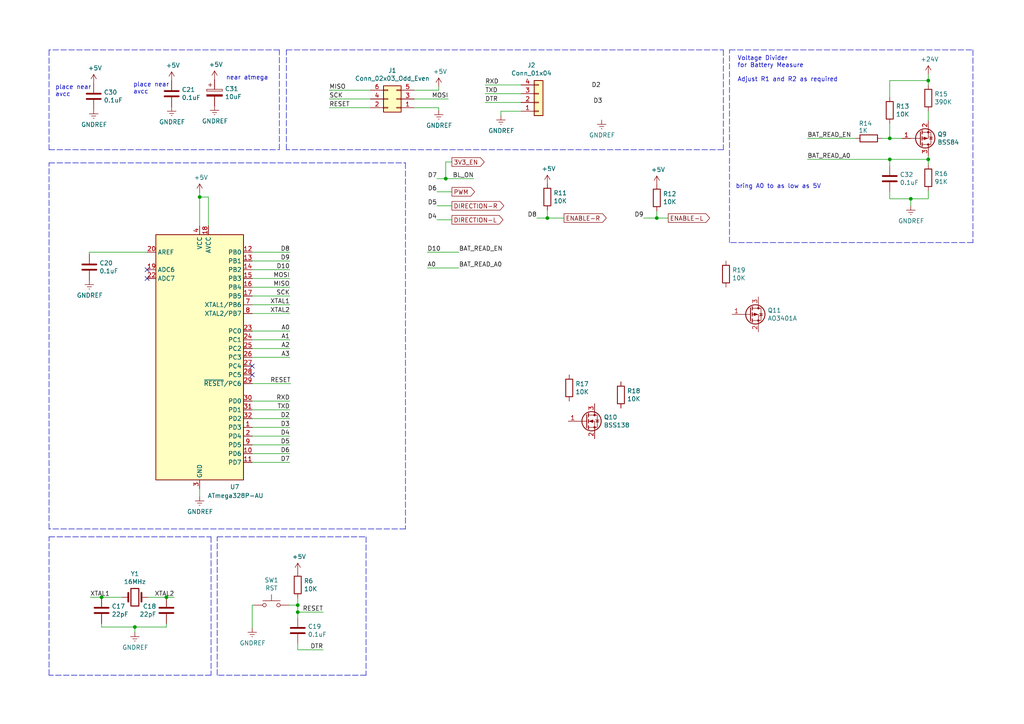
<source format=kicad_sch>
(kicad_sch (version 20211123) (generator eeschema)
  (paper "A4")
  (lib_symbols
    (symbol "Connector_Generic:Conn_01x04" (pin_names (offset 1.016) hide)
      (property "Reference" "J" (at 0 5.08 0))
      (property "Value" "Conn_01x04" (at 0 -7.62 0))
      (symbol "Conn_01x04_1_1"
        (rectangle (start -1.27 -4.953) (end 0 -5.207) (stroke (width 0.1524)))
        (rectangle (start -1.27 -2.413) (end 0 -2.667) (stroke (width 0.1524)))
        (rectangle (start -1.27 0.127) (end 0 -0.127) (stroke (width 0.1524)))
        (rectangle (start -1.27 2.667) (end 0 2.413) (stroke (width 0.1524)))
        (rectangle (start -1.27 3.81) (end 1.27 -6.35) (stroke (width 0.254)) (fill (type background)))
        (pin passive line (at -5.08 2.54 0) (length 3.81) (name "Pin_1") (number "1"))
        (pin passive line (at -5.08 0 0) (length 3.81) (name "Pin_2") (number "2"))
        (pin passive line (at -5.08 -2.54 0) (length 3.81) (name "Pin_3") (number "3"))
        (pin passive line (at -5.08 -5.08 0) (length 3.81) (name "Pin_4") (number "4"))
      )
    )
    (symbol "Connector_Generic:Conn_02x03_Odd_Even" (pin_names (offset 1.016) hide)
      (property "Reference" "J" (at 1.27 5.08 0))
      (property "Value" "Conn_02x03_Odd_Even" (at 1.27 -5.08 0))
      (symbol "Conn_02x03_Odd_Even_1_1"
        (rectangle (start -1.27 -2.413) (end 0 -2.667) (stroke (width 0.1524)))
        (rectangle (start -1.27 0.127) (end 0 -0.127) (stroke (width 0.1524)))
        (rectangle (start -1.27 2.667) (end 0 2.413) (stroke (width 0.1524)))
        (rectangle (start -1.27 3.81) (end 3.81 -3.81) (stroke (width 0.254)) (fill (type background)))
        (rectangle (start 3.81 -2.413) (end 2.54 -2.667) (stroke (width 0.1524)))
        (rectangle (start 3.81 0.127) (end 2.54 -0.127) (stroke (width 0.1524)))
        (rectangle (start 3.81 2.667) (end 2.54 2.413) (stroke (width 0.1524)))
        (pin passive line (at -5.08 2.54 0) (length 3.81) (name "Pin_1") (number "1"))
        (pin passive line (at 7.62 2.54 180) (length 3.81) (name "Pin_2") (number "2"))
        (pin passive line (at -5.08 0 0) (length 3.81) (name "Pin_3") (number "3"))
        (pin passive line (at 7.62 0 180) (length 3.81) (name "Pin_4") (number "4"))
        (pin passive line (at -5.08 -2.54 0) (length 3.81) (name "Pin_5") (number "5"))
        (pin passive line (at 7.62 -2.54 180) (length 3.81) (name "Pin_6") (number "6"))
      )
    )
    (symbol "Device:C" (pin_numbers hide) (pin_names (offset 0.254))
      (property "Reference" "C" (at 0.635 2.54 0))
      (property "Value" "C" (at 0.635 -2.54 0))
      (symbol "C_0_1"
        (polyline (pts (xy -2.032 -0.762) (xy 2.032 -0.762)) (stroke (width 0.508)))
        (polyline (pts (xy -2.032 0.762) (xy 2.032 0.762)) (stroke (width 0.508)))
      )
      (symbol "C_1_1"
        (pin passive line (at 0 3.81 270) (length 2.794) (name "~") (number "1"))
        (pin passive line (at 0 -3.81 90) (length 2.794) (name "~") (number "2"))
      )
    )
    (symbol "Device:CP" (pin_numbers hide) (pin_names (offset 0.254))
      (property "Reference" "C" (at 0.635 2.54 0))
      (property "Value" "Device_CP" (at 0.635 -2.54 0))
      (symbol "CP_0_1"
        (rectangle (start -2.286 0.508) (end 2.286 1.016))
        (polyline (pts (xy -1.778 2.286) (xy -0.762 2.286)))
        (polyline (pts (xy -1.27 2.794) (xy -1.27 1.778)))
        (rectangle (start 2.286 -0.508) (end -2.286 -1.016) (fill (type outline)))
      )
      (symbol "CP_1_1"
        (pin passive line (at 0 3.81 270) (length 2.794) (name "~") (number "1"))
        (pin passive line (at 0 -3.81 90) (length 2.794) (name "~") (number "2"))
      )
    )
    (symbol "Device:Crystal" (pin_numbers hide) (pin_names (offset 1.016) hide)
      (property "Reference" "Y" (at 0 3.81 0))
      (property "Value" "Crystal" (at 0 -3.81 0))
      (symbol "Crystal_0_1"
        (rectangle (start -1.143 2.54) (end 1.143 -2.54) (stroke (width 0.3048)))
        (polyline (pts (xy -2.54 0) (xy -1.905 0)))
        (polyline (pts (xy -1.905 -1.27) (xy -1.905 1.27)) (stroke (width 0.508)))
        (polyline (pts (xy 1.905 -1.27) (xy 1.905 1.27)) (stroke (width 0.508)))
        (polyline (pts (xy 2.54 0) (xy 1.905 0)))
      )
      (symbol "Crystal_1_1"
        (pin passive line (at -3.81 0 0) (length 1.27) (name "1") (number "1"))
        (pin passive line (at 3.81 0 180) (length 1.27) (name "2") (number "2"))
      )
    )
    (symbol "Device:R" (pin_numbers hide) (pin_names (offset 0))
      (property "Reference" "R" (at 2.032 0 90))
      (property "Value" "R" (at 0 0 90))
      (symbol "R_0_1"
        (rectangle (start -1.016 -2.54) (end 1.016 2.54) (stroke (width 0.254)))
      )
      (symbol "R_1_1"
        (pin passive line (at 0 3.81 270) (length 1.27) (name "~") (number "1"))
        (pin passive line (at 0 -3.81 90) (length 1.27) (name "~") (number "2"))
      )
    )
    (symbol "MCU_Microchip_ATmega:ATmega328P-AU"
      (property "Reference" "U" (at -12.7 36.83 0))
      (property "Value" "MCU_Microchip_ATmega_ATmega328P-AU" (at 2.54 -36.83 0))
      (symbol "ATmega328P-AU_0_1"
        (rectangle (start -12.7 -35.56) (end 12.7 35.56) (stroke (width 0.254)) (fill (type background)))
      )
      (symbol "ATmega328P-AU_1_1"
        (pin bidirectional line (at 15.24 -20.32 180) (length 2.54) (name "PD3") (number "1"))
        (pin bidirectional line (at 15.24 -27.94 180) (length 2.54) (name "PD6") (number "10"))
        (pin bidirectional line (at 15.24 -30.48 180) (length 2.54) (name "PD7") (number "11"))
        (pin bidirectional line (at 15.24 30.48 180) (length 2.54) (name "PB0") (number "12"))
        (pin bidirectional line (at 15.24 27.94 180) (length 2.54) (name "PB1") (number "13"))
        (pin bidirectional line (at 15.24 25.4 180) (length 2.54) (name "PB2") (number "14"))
        (pin bidirectional line (at 15.24 22.86 180) (length 2.54) (name "PB3") (number "15"))
        (pin bidirectional line (at 15.24 20.32 180) (length 2.54) (name "PB4") (number "16"))
        (pin bidirectional line (at 15.24 17.78 180) (length 2.54) (name "PB5") (number "17"))
        (pin power_in line (at 2.54 38.1 270) (length 2.54) (name "AVCC") (number "18"))
        (pin input line (at -15.24 25.4 0) (length 2.54) (name "ADC6") (number "19"))
        (pin bidirectional line (at 15.24 -22.86 180) (length 2.54) (name "PD4") (number "2"))
        (pin passive line (at -15.24 30.48 0) (length 2.54) (name "AREF") (number "20"))
        (pin passive line (at 0 -38.1 90) (length 2.54) hide (name "GND") (number "21"))
        (pin input line (at -15.24 22.86 0) (length 2.54) (name "ADC7") (number "22"))
        (pin bidirectional line (at 15.24 7.62 180) (length 2.54) (name "PC0") (number "23"))
        (pin bidirectional line (at 15.24 5.08 180) (length 2.54) (name "PC1") (number "24"))
        (pin bidirectional line (at 15.24 2.54 180) (length 2.54) (name "PC2") (number "25"))
        (pin bidirectional line (at 15.24 0 180) (length 2.54) (name "PC3") (number "26"))
        (pin bidirectional line (at 15.24 -2.54 180) (length 2.54) (name "PC4") (number "27"))
        (pin bidirectional line (at 15.24 -5.08 180) (length 2.54) (name "PC5") (number "28"))
        (pin bidirectional line (at 15.24 -7.62 180) (length 2.54) (name "~{RESET}/PC6") (number "29"))
        (pin power_in line (at 0 -38.1 90) (length 2.54) (name "GND") (number "3"))
        (pin bidirectional line (at 15.24 -12.7 180) (length 2.54) (name "PD0") (number "30"))
        (pin bidirectional line (at 15.24 -15.24 180) (length 2.54) (name "PD1") (number "31"))
        (pin bidirectional line (at 15.24 -17.78 180) (length 2.54) (name "PD2") (number "32"))
        (pin power_in line (at 0 38.1 270) (length 2.54) (name "VCC") (number "4"))
        (pin passive line (at 0 -38.1 90) (length 2.54) hide (name "GND") (number "5"))
        (pin passive line (at 0 38.1 270) (length 2.54) hide (name "VCC") (number "6"))
        (pin bidirectional line (at 15.24 15.24 180) (length 2.54) (name "XTAL1/PB6") (number "7"))
        (pin bidirectional line (at 15.24 12.7 180) (length 2.54) (name "XTAL2/PB7") (number "8"))
        (pin bidirectional line (at 15.24 -25.4 180) (length 2.54) (name "PD5") (number "9"))
      )
    )
    (symbol "Switch:SW_Push" (pin_numbers hide) (pin_names (offset 1.016) hide)
      (property "Reference" "SW" (at 1.27 2.54 0))
      (property "Value" "SW_Push" (at 0 -1.524 0))
      (symbol "SW_Push_0_1"
        (circle (center -2.032 0) (radius 0.508))
        (polyline (pts (xy 0 1.27) (xy 0 3.048)))
        (polyline (pts (xy 2.54 1.27) (xy -2.54 1.27)))
        (circle (center 2.032 0) (radius 0.508))
        (pin passive line (at -5.08 0 0) (length 2.54) (name "1") (number "1"))
        (pin passive line (at 5.08 0 180) (length 2.54) (name "2") (number "2"))
      )
    )
    (symbol "Transistor_FET:AO3401A" (pin_names hide)
      (property "Reference" "Q" (at 5.08 1.905 0))
      (property "Value" "AO3401A" (at 5.08 0 0))
      (symbol "AO3401A_0_1"
        (polyline (pts (xy 0.254 0) (xy -2.54 0)))
        (polyline (pts (xy 0.254 1.905) (xy 0.254 -1.905)) (stroke (width 0.254)))
        (polyline (pts (xy 0.762 -1.27) (xy 0.762 -2.286)) (stroke (width 0.254)))
        (polyline (pts (xy 0.762 0.508) (xy 0.762 -0.508)) (stroke (width 0.254)))
        (polyline (pts (xy 0.762 2.286) (xy 0.762 1.27)) (stroke (width 0.254)))
        (polyline (pts (xy 2.54 2.54) (xy 2.54 1.778)))
        (polyline (pts (xy 2.54 -2.54) (xy 2.54 0) (xy 0.762 0)))
        (polyline (pts (xy 0.762 1.778) (xy 3.302 1.778) (xy 3.302 -1.778) (xy 0.762 -1.778)))
        (polyline (pts (xy 2.286 0) (xy 1.27 0.381) (xy 1.27 -0.381) (xy 2.286 0)) (fill (type outline)))
        (polyline (pts (xy 2.794 -0.508) (xy 2.921 -0.381) (xy 3.683 -0.381) (xy 3.81 -0.254)))
        (polyline (pts (xy 3.302 -0.381) (xy 2.921 0.254) (xy 3.683 0.254) (xy 3.302 -0.381)))
        (circle (center 1.651 0) (radius 2.794) (stroke (width 0.254)))
        (circle (center 2.54 -1.778) (radius 0.254) (fill (type outline)))
        (circle (center 2.54 1.778) (radius 0.254) (fill (type outline)))
      )
      (symbol "AO3401A_1_1"
        (pin input line (at -5.08 0 0) (length 2.54) (name "G") (number "1"))
        (pin passive line (at 2.54 -5.08 90) (length 2.54) (name "S") (number "2"))
        (pin passive line (at 2.54 5.08 270) (length 2.54) (name "D") (number "3"))
      )
    )
    (symbol "Transistor_FET:BSS138" (pin_names hide)
      (property "Reference" "Q" (at 5.08 1.905 0))
      (property "Value" "BSS138" (at 5.08 0 0))
      (symbol "BSS138_0_1"
        (polyline (pts (xy 0.254 0) (xy -2.54 0)))
        (polyline (pts (xy 0.254 1.905) (xy 0.254 -1.905)) (stroke (width 0.254)))
        (polyline (pts (xy 0.762 -1.27) (xy 0.762 -2.286)) (stroke (width 0.254)))
        (polyline (pts (xy 0.762 0.508) (xy 0.762 -0.508)) (stroke (width 0.254)))
        (polyline (pts (xy 0.762 2.286) (xy 0.762 1.27)) (stroke (width 0.254)))
        (polyline (pts (xy 2.54 2.54) (xy 2.54 1.778)))
        (polyline (pts (xy 2.54 -2.54) (xy 2.54 0) (xy 0.762 0)))
        (polyline (pts (xy 0.762 -1.778) (xy 3.302 -1.778) (xy 3.302 1.778) (xy 0.762 1.778)))
        (polyline (pts (xy 1.016 0) (xy 2.032 0.381) (xy 2.032 -0.381) (xy 1.016 0)) (fill (type outline)))
        (polyline (pts (xy 2.794 0.508) (xy 2.921 0.381) (xy 3.683 0.381) (xy 3.81 0.254)))
        (polyline (pts (xy 3.302 0.381) (xy 2.921 -0.254) (xy 3.683 -0.254) (xy 3.302 0.381)))
        (circle (center 1.651 0) (radius 2.794) (stroke (width 0.254)))
        (circle (center 2.54 -1.778) (radius 0.254) (fill (type outline)))
        (circle (center 2.54 1.778) (radius 0.254) (fill (type outline)))
      )
      (symbol "BSS138_1_1"
        (pin input line (at -5.08 0 0) (length 2.54) (name "G") (number "1"))
        (pin passive line (at 2.54 -5.08 90) (length 2.54) (name "S") (number "2"))
        (pin passive line (at 2.54 5.08 270) (length 2.54) (name "D") (number "3"))
      )
    )
    (symbol "Transistor_FET:BSS84" (pin_names hide)
      (property "Reference" "Q" (at 5.08 1.905 0))
      (property "Value" "BSS84" (at 5.08 0 0))
      (symbol "BSS84_0_1"
        (polyline (pts (xy 0.254 0) (xy -2.54 0)))
        (polyline (pts (xy 0.254 1.905) (xy 0.254 -1.905)) (stroke (width 0.254)))
        (polyline (pts (xy 0.762 -1.27) (xy 0.762 -2.286)) (stroke (width 0.254)))
        (polyline (pts (xy 0.762 0.508) (xy 0.762 -0.508)) (stroke (width 0.254)))
        (polyline (pts (xy 0.762 2.286) (xy 0.762 1.27)) (stroke (width 0.254)))
        (polyline (pts (xy 2.54 2.54) (xy 2.54 1.778)))
        (polyline (pts (xy 2.54 -2.54) (xy 2.54 0) (xy 0.762 0)))
        (polyline (pts (xy 0.762 1.778) (xy 3.302 1.778) (xy 3.302 -1.778) (xy 0.762 -1.778)))
        (polyline (pts (xy 2.286 0) (xy 1.27 0.381) (xy 1.27 -0.381) (xy 2.286 0)) (fill (type outline)))
        (polyline (pts (xy 2.794 -0.508) (xy 2.921 -0.381) (xy 3.683 -0.381) (xy 3.81 -0.254)))
        (polyline (pts (xy 3.302 -0.381) (xy 2.921 0.254) (xy 3.683 0.254) (xy 3.302 -0.381)))
        (circle (center 1.651 0) (radius 2.794) (stroke (width 0.254)))
        (circle (center 2.54 -1.778) (radius 0.254) (fill (type outline)))
        (circle (center 2.54 1.778) (radius 0.254) (fill (type outline)))
      )
      (symbol "BSS84_1_1"
        (pin input line (at -5.08 0 0) (length 2.54) (name "G") (number "1"))
        (pin passive line (at 2.54 -5.08 90) (length 2.54) (name "S") (number "2"))
        (pin passive line (at 2.54 5.08 270) (length 2.54) (name "D") (number "3"))
      )
    )
    (symbol "power:+24V" (power) (pin_names (offset 0))
      (property "Value" "+24V" (at 0 3.556 0))
      (symbol "+24V_0_1"
        (polyline (pts (xy -0.762 1.27) (xy 0 2.54)))
        (polyline (pts (xy 0 0) (xy 0 2.54)))
        (polyline (pts (xy 0 2.54) (xy 0.762 1.27)))
      )
      (symbol "+24V_1_1"
        (pin power_in line (at 0 0 90) (length 0) hide (name "+24V") (number "1"))
      )
    )
    (symbol "power:+5V" (power) (pin_names (offset 0))
      (property "Value" "+5V" (at 0 3.556 0))
      (symbol "+5V_0_1"
        (polyline (pts (xy -0.762 1.27) (xy 0 2.54)))
        (polyline (pts (xy 0 0) (xy 0 2.54)))
        (polyline (pts (xy 0 2.54) (xy 0.762 1.27)))
      )
      (symbol "+5V_1_1"
        (pin power_in line (at 0 0 90) (length 0) hide (name "+5V") (number "1"))
      )
    )
    (symbol "power:GNDREF" (power) (pin_names (offset 0))
      (property "Value" "GNDREF" (at 0 -3.81 0))
      (symbol "GNDREF_0_1"
        (polyline (pts (xy -0.635 -1.905) (xy 0.635 -1.905)))
        (polyline (pts (xy -0.127 -2.54) (xy 0.127 -2.54)))
        (polyline (pts (xy 0 -1.27) (xy 0 0)))
        (polyline (pts (xy 1.27 -1.27) (xy -1.27 -1.27)))
      )
      (symbol "GNDREF_1_1"
        (pin power_in line (at 0 0 270) (length 0) hide (name "GNDREF") (number "1"))
      )
    )
  )
  (junction (at 86.36 177.546))
  (junction (at 258.064 40.132))
  (junction (at 158.75 63.246))
  (junction (at 29.464 173.228))
  (junction (at 269.24 46.228))
  (junction (at 190.5 63.246))
  (junction (at 57.912 57.15))
  (junction (at 258.064 46.228))
  (junction (at 86.36 175.514))
  (junction (at 264.16 57.658))
  (junction (at 129.286 51.816))
  (junction (at 39.116 181.864))
  (junction (at 269.24 23.368))
  (junction (at 48.26 173.228))
  (no_connect (at 42.672 80.772))
  (no_connect (at 73.152 108.712))
  (no_connect (at 42.672 78.232))
  (no_connect (at 73.152 106.172))
  (wire (pts (xy 269.24 45.212) (xy 269.24 46.228)))
  (wire (pts (xy 129.286 51.816) (xy 137.414 51.816)))
  (polyline (pts (xy 106.172 195.834) (xy 62.992 195.834)))
  (wire (pts (xy 48.26 173.228) (xy 50.546 173.228)))
  (wire (pts (xy 60.452 65.532) (xy 60.452 57.15)))
  (polyline (pts (xy 14.224 155.702) (xy 61.214 155.702)))
  (wire (pts (xy 57.912 57.15) (xy 57.912 55.88)))
  (polyline (pts (xy 62.992 195.834) (xy 62.992 155.702)))
  (wire (pts (xy 25.908 73.152) (xy 25.908 73.66)))
  (polyline (pts (xy 282.194 70.358) (xy 211.582 70.358)))
  (wire (pts (xy 120.142 28.702) (xy 130.048 28.702)))
  (wire (pts (xy 264.16 57.658) (xy 264.16 59.69)))
  (wire (pts (xy 86.36 173.482) (xy 86.36 175.514)))
  (wire (pts (xy 269.24 57.658) (xy 269.24 55.372)))
  (wire (pts (xy 258.064 48.006) (xy 258.064 46.228)))
  (polyline (pts (xy 83.058 43.434) (xy 83.058 14.478)))
  (wire (pts (xy 86.36 186.69) (xy 86.36 188.468)))
  (wire (pts (xy 126.746 59.69) (xy 131.064 59.69)))
  (wire (pts (xy 73.152 175.514) (xy 73.152 182.118)))
  (wire (pts (xy 193.802 63.246) (xy 190.5 63.246)))
  (wire (pts (xy 258.064 23.368) (xy 269.24 23.368)))
  (wire (pts (xy 29.464 180.848) (xy 29.464 181.864)))
  (wire (pts (xy 107.442 26.162) (xy 95.504 26.162)))
  (polyline (pts (xy 117.602 47.244) (xy 117.602 153.416)))
  (wire (pts (xy 258.064 46.228) (xy 234.188 46.228)))
  (wire (pts (xy 73.152 116.332) (xy 84.074 116.332)))
  (wire (pts (xy 73.152 103.632) (xy 84.074 103.632)))
  (wire (pts (xy 258.064 35.814) (xy 258.064 40.132)))
  (polyline (pts (xy 83.058 14.478) (xy 209.804 14.478)))
  (polyline (pts (xy 14.224 47.244) (xy 117.602 47.244)))
  (wire (pts (xy 73.152 126.492) (xy 84.074 126.492)))
  (polyline (pts (xy 209.804 14.478) (xy 209.804 43.434)))
  (wire (pts (xy 35.306 173.228) (xy 29.464 173.228)))
  (wire (pts (xy 258.064 57.658) (xy 264.16 57.658)))
  (wire (pts (xy 269.24 24.638) (xy 269.24 23.368)))
  (wire (pts (xy 258.064 55.626) (xy 258.064 57.658)))
  (wire (pts (xy 60.452 57.15) (xy 57.912 57.15)))
  (wire (pts (xy 73.152 101.092) (xy 84.074 101.092)))
  (wire (pts (xy 48.26 181.864) (xy 48.26 180.848)))
  (wire (pts (xy 269.24 23.368) (xy 269.24 21.59)))
  (wire (pts (xy 86.36 177.546) (xy 86.36 179.07)))
  (polyline (pts (xy 61.214 155.702) (xy 61.214 195.834)))
  (wire (pts (xy 86.36 188.468) (xy 93.726 188.468)))
  (wire (pts (xy 269.24 46.228) (xy 269.24 47.752)))
  (wire (pts (xy 123.952 73.152) (xy 133.096 73.152)))
  (wire (pts (xy 73.152 123.952) (xy 84.074 123.952)))
  (wire (pts (xy 129.286 46.99) (xy 129.286 51.816)))
  (wire (pts (xy 73.152 98.552) (xy 84.074 98.552)))
  (wire (pts (xy 86.36 177.546) (xy 93.726 177.546)))
  (wire (pts (xy 151.13 27.178) (xy 140.716 27.178)))
  (wire (pts (xy 73.152 131.572) (xy 84.074 131.572)))
  (wire (pts (xy 258.064 40.132) (xy 261.62 40.132)))
  (wire (pts (xy 126.746 51.816) (xy 129.286 51.816)))
  (wire (pts (xy 158.75 60.96) (xy 158.75 63.246)))
  (wire (pts (xy 29.464 181.864) (xy 39.116 181.864)))
  (wire (pts (xy 123.952 77.724) (xy 133.096 77.724)))
  (polyline (pts (xy 14.224 43.434) (xy 81.026 43.434)))
  (wire (pts (xy 127.254 31.242) (xy 127.254 32.004)))
  (polyline (pts (xy 209.804 43.434) (xy 83.058 43.434)))
  (wire (pts (xy 73.152 75.692) (xy 84.074 75.692)))
  (wire (pts (xy 73.152 121.412) (xy 84.074 121.412)))
  (polyline (pts (xy 61.214 195.834) (xy 14.224 195.834)))
  (wire (pts (xy 120.142 26.162) (xy 127.254 26.162)))
  (wire (pts (xy 39.116 181.864) (xy 39.116 183.388)))
  (wire (pts (xy 127.254 25.146) (xy 127.254 26.162)))
  (wire (pts (xy 73.152 96.012) (xy 84.074 96.012)))
  (polyline (pts (xy 14.224 195.834) (xy 14.224 155.702)))
  (wire (pts (xy 73.152 88.392) (xy 84.074 88.392)))
  (polyline (pts (xy 211.582 14.478) (xy 282.194 14.478)))
  (wire (pts (xy 264.16 57.658) (xy 269.24 57.658)))
  (wire (pts (xy 73.152 118.872) (xy 84.074 118.872)))
  (wire (pts (xy 258.064 46.228) (xy 269.24 46.228)))
  (wire (pts (xy 83.82 175.514) (xy 86.36 175.514)))
  (wire (pts (xy 126.746 55.626) (xy 131.064 55.626)))
  (wire (pts (xy 107.442 28.702) (xy 95.504 28.702)))
  (wire (pts (xy 190.5 63.246) (xy 186.69 63.246)))
  (wire (pts (xy 86.36 175.514) (xy 86.36 177.546)))
  (wire (pts (xy 73.152 90.932) (xy 84.074 90.932)))
  (wire (pts (xy 73.152 73.152) (xy 84.074 73.152)))
  (wire (pts (xy 131.064 46.99) (xy 129.286 46.99)))
  (wire (pts (xy 255.778 40.132) (xy 258.064 40.132)))
  (wire (pts (xy 73.152 111.252) (xy 84.328 111.252)))
  (polyline (pts (xy 14.224 153.416) (xy 14.224 47.244)))
  (polyline (pts (xy 81.026 14.478) (xy 14.224 14.478)))
  (wire (pts (xy 163.576 63.246) (xy 158.75 63.246)))
  (wire (pts (xy 57.912 65.532) (xy 57.912 57.15)))
  (wire (pts (xy 248.158 40.132) (xy 234.188 40.132)))
  (wire (pts (xy 145.288 32.258) (xy 145.288 33.528)))
  (polyline (pts (xy 81.026 43.434) (xy 81.026 14.478)))
  (wire (pts (xy 39.116 181.864) (xy 48.26 181.864)))
  (polyline (pts (xy 62.992 155.702) (xy 106.172 155.702)))
  (wire (pts (xy 73.152 129.032) (xy 84.074 129.032)))
  (wire (pts (xy 73.152 80.772) (xy 84.074 80.772)))
  (wire (pts (xy 73.152 83.312) (xy 84.074 83.312)))
  (wire (pts (xy 151.13 24.638) (xy 140.716 24.638)))
  (wire (pts (xy 258.064 28.194) (xy 258.064 23.368)))
  (wire (pts (xy 107.442 31.242) (xy 95.504 31.242)))
  (polyline (pts (xy 117.602 153.416) (xy 14.224 153.416)))
  (polyline (pts (xy 211.582 70.358) (xy 211.582 14.478)))
  (wire (pts (xy 269.24 35.052) (xy 269.24 32.258)))
  (wire (pts (xy 29.464 173.228) (xy 26.162 173.228)))
  (wire (pts (xy 42.672 73.152) (xy 25.908 73.152)))
  (wire (pts (xy 126.746 63.754) (xy 131.064 63.754)))
  (polyline (pts (xy 14.224 14.478) (xy 14.224 43.434)))
  (wire (pts (xy 151.13 29.718) (xy 140.716 29.718)))
  (wire (pts (xy 190.5 61.214) (xy 190.5 63.246)))
  (wire (pts (xy 73.152 78.232) (xy 84.074 78.232)))
  (polyline (pts (xy 282.194 14.478) (xy 282.194 70.358)))
  (wire (pts (xy 151.13 32.258) (xy 145.288 32.258)))
  (wire (pts (xy 73.66 175.514) (xy 73.152 175.514)))
  (wire (pts (xy 57.912 141.732) (xy 57.912 144.018)))
  (wire (pts (xy 42.926 173.228) (xy 48.26 173.228)))
  (wire (pts (xy 158.75 63.246) (xy 155.702 63.246)))
  (polyline (pts (xy 106.172 155.702) (xy 106.172 195.834)))
  (wire (pts (xy 73.152 85.852) (xy 84.074 85.852)))
  (wire (pts (xy 120.142 31.242) (xy 127.254 31.242)))
  (wire (pts (xy 73.152 134.112) (xy 84.074 134.112)))
  (text "near atmega" (at 65.532 23.368 0) (effects (font (size 1.27 1.27)) (justify left bottom)))
  (text "place near\navcc" (at 16.002 28.194 0) (effects (font (size 1.27 1.27)) (justify left bottom)))
  (text "Voltage Divider\nfor Battery Measure\n\nAdjust R1 and R2 as required" (at 213.868 23.876 0) (effects (font (size 1.27 1.27)) (justify left bottom)))
  (text "bring A0 to as low as 5V" (at 213.36 54.864 0) (effects (font (size 1.27 1.27)) (justify left bottom)))
  (text "place near\navcc" (at 38.608 27.432 0) (effects (font (size 1.27 1.27)) (justify left bottom)))
  (label "BAT_READ_EN" (at 133.096 73.152 0))
  (label "A0" (at 84.074 96.012 180))
  (label "BAT_READ_EN" (at 234.188 40.132 0))
  (label "A3" (at 84.074 103.632 180))
  (label "XTAL2" (at 84.074 90.932 180))
  (label "RXD" (at 140.716 24.638 0))
  (label "D10" (at 84.074 78.232 180))
  (label "TXD" (at 140.716 27.178 0))
  (label "BAT_READ_A0" (at 133.096 77.724 0))
  (label "MISO" (at 84.074 83.312 180))
  (label "MISO" (at 95.504 26.162 0))
  (label "D10" (at 123.952 73.152 0))
  (label "D4" (at 84.074 126.492 180))
  (label "RESET" (at 95.504 31.242 0))
  (label "SCK" (at 84.074 85.852 180))
  (label "D3" (at 174.752 30.226 180))
  (label "XTAL2" (at 50.546 173.228 180))
  (label "D7" (at 84.074 134.112 180))
  (label "TXD" (at 84.074 118.872 180))
  (label "D3" (at 84.074 123.952 180))
  (label "A0" (at 123.952 77.724 0))
  (label "RESET" (at 93.726 177.546 180))
  (label "BL_ON" (at 137.414 51.816 180))
  (label "RESET" (at 84.328 111.252 180))
  (label "MOSI" (at 84.074 80.772 180))
  (label "A2" (at 84.074 101.092 180))
  (label "D2" (at 84.074 121.412 180))
  (label "SCK" (at 95.504 28.702 0))
  (label "XTAL1" (at 26.162 173.228 0))
  (label "D5" (at 126.746 59.69 180))
  (label "BAT_READ_A0" (at 234.188 46.228 0))
  (label "D2" (at 174.244 25.654 180))
  (label "RXD" (at 84.074 116.332 180))
  (label "D5" (at 84.074 129.032 180))
  (label "D6" (at 126.746 55.626 180))
  (label "XTAL1" (at 84.074 88.392 180))
  (label "D9" (at 84.074 75.692 180))
  (label "D8" (at 155.702 63.246 180))
  (label "MOSI" (at 130.048 28.702 180))
  (label "DTR" (at 140.716 29.718 0))
  (label "D6" (at 84.074 131.572 180))
  (label "D9" (at 186.69 63.246 180))
  (label "D7" (at 126.746 51.816 180))
  (label "A1" (at 84.074 98.552 180))
  (label "D4" (at 126.746 63.754 180))
  (label "D8" (at 84.074 73.152 180))
  (label "DTR" (at 93.726 188.468 180))
  (global_label "PWM" (shape output) (at 131.064 55.626 0) (property "Intersheet References" "${INTERSHEET_REFS}" (effects hide)))
  (global_label "DIRECTION-L" (shape output) (at 131.064 63.754 0) (property "Intersheet References" "${INTERSHEET_REFS}" (effects hide)))
  (global_label "3V3_EN" (shape output) (at 131.064 46.99 0) (property "Intersheet References" "${INTERSHEET_REFS}" (effects hide)))
  (global_label "DIRECTION-R" (shape output) (at 131.064 59.69 0) (property "Intersheet References" "${INTERSHEET_REFS}" (effects hide)))
  (global_label "ENABLE-L" (shape output) (at 193.802 63.246 0) (property "Intersheet References" "${INTERSHEET_REFS}" (effects hide)))
  (global_label "ENABLE-R" (shape output) (at 163.576 63.246 0) (property "Intersheet References" "${INTERSHEET_REFS}" (effects hide)))
  (symbol (lib_id "power:GNDREF") (at 174.498 34.798 0) (unit 1)
    (property "Reference" "#PWR074" (effects hide))
    (property "Value" "GNDREF" (at 174.625 39.1922 0))
  )
  (symbol (lib_id "Transistor_FET:AO3401A") (at 217.424 91.186 0) (unit 1)
    (property "Reference" "Q11" (at 222.631 90.0176 0) (effects (justify left)))
    (property "Value" "AO3401A" (at 222.631 92.329 0) (effects (justify left)))
    (property "Footprint" "Package_TO_SOT_SMD:SOT-23" (effects hide))
    (property "Datasheet" "http://www.aosmd.com/pdfs/datasheet/AO3401A.pdf" (effects hide))
  )
  (symbol (lib_id "Device:R") (at 210.566 79.502 0) (unit 1)
    (property "Reference" "R19" (at 212.344 78.3336 0) (effects (justify left)))
    (property "Value" "10K" (at 212.344 80.645 0) (effects (justify left)))
    (property "Footprint" "Resistor_SMD:R_0805_2012Metric" (effects hide))
  )
  (symbol (lib_id "Transistor_FET:BSS138") (at 169.926 122.174 0) (unit 1)
    (property "Reference" "Q10" (at 175.1076 121.0056 0) (effects (justify left)))
    (property "Value" "BSS138" (at 175.1076 123.317 0) (effects (justify left)))
    (property "Footprint" "Package_TO_SOT_SMD:SOT-23" (effects hide))
    (property "Datasheet" "https://www.onsemi.com/pub/Collateral/BSS138-D.PDF" (effects hide))
  )
  (symbol (lib_id "Device:R") (at 165.1 112.522 0) (unit 1)
    (property "Reference" "R17" (at 166.878 111.3536 0) (effects (justify left)))
    (property "Value" "10K" (at 166.878 113.665 0) (effects (justify left)))
    (property "Footprint" "Resistor_SMD:R_0805_2012Metric" (effects hide))
  )
  (symbol (lib_id "Device:R") (at 180.086 114.554 0) (unit 1)
    (property "Reference" "R18" (at 181.864 113.3856 0) (effects (justify left)))
    (property "Value" "10K" (at 181.864 115.697 0) (effects (justify left)))
    (property "Footprint" "Resistor_SMD:R_0805_2012Metric" (effects hide))
  )
  (symbol (lib_id "power:GNDREF") (at 25.908 81.28 0) (unit 1)
    (property "Reference" "#PWR057" (effects hide))
    (property "Value" "GNDREF" (at 26.035 85.6742 0))
  )
  (symbol (lib_id "power:+5V") (at 86.36 165.862 0) (unit 1)
    (property "Reference" "#PWR066" (effects hide))
    (property "Value" "+5V" (at 86.741 161.4678 0))
  )
  (symbol (lib_id "power:GNDREF") (at 73.152 182.118 0) (unit 1)
    (property "Reference" "#PWR065" (effects hide))
    (property "Value" "GNDREF" (at 73.279 186.5122 0))
  )
  (symbol (lib_id "Device:CP") (at 62.23 26.924 0) (unit 1)
    (property "Reference" "C31" (at 65.2272 25.7556 0) (effects (justify left)))
    (property "Value" "10uF" (at 65.2272 28.067 0) (effects (justify left)))
    (property "Footprint" "Capacitor_Tantalum_SMD:CP_EIA-3216-18_Kemet-A" (effects hide))
  )
  (symbol (lib_id "power:+5V") (at 49.784 23.368 0) (unit 1)
    (property "Reference" "#PWR060" (effects hide))
    (property "Value" "+5V" (at 50.165 18.9738 0))
  )
  (symbol (lib_id "power:+5V") (at 62.23 23.114 0) (unit 1)
    (property "Reference" "#PWR063" (effects hide))
    (property "Value" "+5V" (at 62.611 18.7198 0))
  )
  (symbol (lib_id "power:GNDREF") (at 49.784 30.988 0) (unit 1)
    (property "Reference" "#PWR061" (effects hide))
    (property "Value" "GNDREF" (at 49.911 35.3822 0))
  )
  (symbol (lib_id "power:GNDREF") (at 62.23 30.734 0) (unit 1)
    (property "Reference" "#PWR064" (effects hide))
    (property "Value" "GNDREF" (at 62.357 35.1282 0))
  )
  (symbol (lib_id "power:GNDREF") (at 57.912 144.018 0) (unit 1)
    (property "Reference" "#PWR062" (effects hide))
    (property "Value" "GNDREF" (at 58.039 148.4122 0))
  )
  (symbol (lib_id "Transistor_FET:BSS84") (at 266.7 40.132 0) (mirror x) (unit 1)
    (property "Reference" "Q9" (at 271.8816 38.9636 0) (effects (justify left)))
    (property "Value" "BSS84" (at 271.8816 41.275 0) (effects (justify left)))
    (property "Footprint" "Package_TO_SOT_SMD:SOT-23" (effects hide))
    (property "Datasheet" "http://assets.nexperia.com/documents/data-sheet/BSS84.pdf" (effects hide))
  )
  (symbol (lib_id "Device:C") (at 258.064 51.816 0) (unit 1)
    (property "Reference" "C32" (at 260.985 50.6476 0) (effects (justify left)))
    (property "Value" "0.1uF" (at 260.985 52.959 0) (effects (justify left)))
    (property "Footprint" "Capacitor_SMD:C_0805_2012Metric" (effects hide))
  )
  (symbol (lib_id "Device:C") (at 27.178 27.94 0) (unit 1)
    (property "Reference" "C30" (at 30.099 26.7716 0) (effects (justify left)))
    (property "Value" "0.1uF" (at 30.099 29.083 0) (effects (justify left)))
    (property "Footprint" "Capacitor_SMD:C_0805_2012Metric" (effects hide))
  )
  (symbol (lib_id "power:+5V") (at 27.178 24.13 0) (unit 1)
    (property "Reference" "#PWR058" (effects hide))
    (property "Value" "+5V" (at 27.559 19.7358 0))
  )
  (symbol (lib_id "power:GNDREF") (at 27.178 31.75 0) (unit 1)
    (property "Reference" "#PWR059" (effects hide))
    (property "Value" "GNDREF" (at 27.305 36.1442 0))
  )
  (symbol (lib_id "Device:R") (at 258.064 32.004 0) (unit 1)
    (property "Reference" "R13" (at 259.842 30.8356 0) (effects (justify left)))
    (property "Value" "10K" (at 259.842 33.147 0) (effects (justify left)))
    (property "Footprint" "Resistor_SMD:R_0805_2012Metric" (effects hide))
  )
  (symbol (lib_id "Device:R") (at 269.24 28.448 0) (unit 1)
    (property "Reference" "R15" (at 271.018 27.2796 0) (effects (justify left)))
    (property "Value" "390K" (at 271.018 29.591 0) (effects (justify left)))
    (property "Footprint" "Resistor_SMD:R_0805_2012Metric" (effects hide))
  )
  (symbol (lib_id "Device:R") (at 269.24 51.562 0) (unit 1)
    (property "Reference" "R16" (at 271.018 50.3936 0) (effects (justify left)))
    (property "Value" "91K" (at 271.018 52.705 0) (effects (justify left)))
    (property "Footprint" "Resistor_SMD:R_0805_2012Metric" (effects hide))
  )
  (symbol (lib_id "Device:R") (at 251.968 40.132 90) (unit 1)
    (property "Reference" "R14" (at 252.984 35.814 90) (effects (justify left)))
    (property "Value" "1K" (at 251.714 37.846 90) (effects (justify left)))
    (property "Footprint" "Resistor_SMD:R_0805_2012Metric" (effects hide))
  )
  (symbol (lib_id "power:+24V") (at 269.24 21.59 0) (unit 1)
    (property "Reference" "#PWR072" (effects hide))
    (property "Value" "+24V" (at 269.621 17.1958 0))
  )
  (symbol (lib_id "power:GNDREF") (at 264.16 59.69 0) (unit 1)
    (property "Reference" "#PWR073" (effects hide))
    (property "Value" "GNDREF" (at 264.287 64.0842 0))
  )
  (symbol (lib_id "Connector_Generic:Conn_02x03_Odd_Even") (at 115.062 28.702 180) (unit 1)
    (property "Reference" "J1" (at 113.792 20.447 0))
    (property "Value" "Conn_02x03_Odd_Even" (at 113.792 22.7584 0))
    (property "Footprint" "Connector_PinHeader_2.54mm:PinHeader_2x03_P2.54mm_Vertical" (effects hide))
  )
  (symbol (lib_id "power:+5V") (at 127.254 25.146 0) (unit 1)
    (property "Reference" "#PWR067" (effects hide))
    (property "Value" "+5V" (at 127.635 20.7518 0))
  )
  (symbol (lib_id "power:GNDREF") (at 127.254 32.004 0) (unit 1)
    (property "Reference" "#PWR068" (effects hide))
    (property "Value" "GNDREF" (at 127.381 36.3982 0))
  )
  (symbol (lib_id "Connector_Generic:Conn_01x04") (at 156.21 29.718 0) (mirror x) (unit 1)
    (property "Reference" "J2" (at 154.1272 18.923 0))
    (property "Value" "Conn_01x04" (at 154.1272 21.2344 0))
    (property "Footprint" "Connector_PinHeader_2.54mm:PinHeader_1x04_P2.54mm_Vertical" (effects hide))
  )
  (symbol (lib_id "power:GNDREF") (at 145.288 33.528 0) (unit 1)
    (property "Reference" "#PWR069" (effects hide))
    (property "Value" "GNDREF" (at 145.415 37.9222 0))
  )
  (symbol (lib_id "Device:R") (at 190.5 57.404 0) (unit 1)
    (property "Reference" "R12" (at 192.278 56.2356 0) (effects (justify left)))
    (property "Value" "10K" (at 192.278 58.547 0) (effects (justify left)))
    (property "Footprint" "Resistor_SMD:R_0805_2012Metric" (effects hide))
  )
  (symbol (lib_id "Device:R") (at 158.75 57.15 0) (unit 1)
    (property "Reference" "R11" (at 160.528 55.9816 0) (effects (justify left)))
    (property "Value" "10K" (at 160.528 58.293 0) (effects (justify left)))
    (property "Footprint" "Resistor_SMD:R_0805_2012Metric" (effects hide))
  )
  (symbol (lib_id "power:+5V") (at 158.75 53.34 0) (unit 1)
    (property "Reference" "#PWR070" (effects hide))
    (property "Value" "+5V" (at 159.131 48.9458 0))
  )
  (symbol (lib_id "power:+5V") (at 190.5 53.594 0) (unit 1)
    (property "Reference" "#PWR071" (effects hide))
    (property "Value" "+5V" (at 190.881 49.1998 0))
  )
  (symbol (lib_id "MCU_Microchip_ATmega:ATmega328P-AU") (at 57.912 103.632 0) (unit 1)
    (property "Reference" "U7" (at 68.072 141.224 0))
    (property "Value" "ATmega328P-AU" (at 68.326 143.764 0))
    (property "Footprint" "Package_QFP:TQFP-32_7x7mm_P0.8mm" (effects hide))
    (property "Datasheet" "http://ww1.microchip.com/downloads/en/DeviceDoc/ATmega328_P%20AVR%20MCU%20with%20picoPower%20Technology%20Data%20Sheet%2040001984A.pdf" (effects hide))
  )
  (symbol (lib_id "Device:Crystal") (at 39.116 173.228 0) (unit 1)
    (property "Reference" "Y1" (at 39.116 166.4208 0))
    (property "Value" "16MHz" (at 39.116 168.7322 0))
    (property "Footprint" "Crystal:Crystal_SMD_HC49-SD" (effects hide))
  )
  (symbol (lib_id "Device:C") (at 29.464 177.038 0) (unit 1)
    (property "Reference" "C17" (at 32.385 175.8696 0) (effects (justify left)))
    (property "Value" "22pF" (at 32.385 178.181 0) (effects (justify left)))
    (property "Footprint" "Capacitor_SMD:C_0805_2012Metric" (effects hide))
  )
  (symbol (lib_id "power:+5V") (at 57.912 55.88 0) (unit 1)
    (property "Reference" "#PWR038" (effects hide))
    (property "Value" "+5V" (at 58.293 51.4858 0))
  )
  (symbol (lib_id "Device:C") (at 48.26 177.038 0) (mirror y) (unit 1)
    (property "Reference" "C18" (at 45.339 175.8696 0) (effects (justify left)))
    (property "Value" "22pF" (at 45.339 178.181 0) (effects (justify left)))
    (property "Footprint" "Capacitor_SMD:C_0805_2012Metric" (effects hide))
  )
  (symbol (lib_id "power:GNDREF") (at 39.116 183.388 0) (unit 1)
    (property "Reference" "#PWR039" (effects hide))
    (property "Value" "GNDREF" (at 39.243 187.7822 0))
  )
  (symbol (lib_id "Device:C") (at 49.784 27.178 0) (unit 1)
    (property "Reference" "C21" (at 52.705 26.0096 0) (effects (justify left)))
    (property "Value" "0.1uF" (at 52.705 28.321 0) (effects (justify left)))
    (property "Footprint" "Capacitor_SMD:C_0805_2012Metric" (effects hide))
  )
  (symbol (lib_id "Device:C") (at 25.908 77.47 0) (unit 1)
    (property "Reference" "C20" (at 28.829 76.3016 0) (effects (justify left)))
    (property "Value" "0.1uF" (at 28.829 78.613 0) (effects (justify left)))
    (property "Footprint" "Capacitor_SMD:C_0805_2012Metric" (effects hide))
  )
  (symbol (lib_id "Switch:SW_Push") (at 78.74 175.514 0) (unit 1)
    (property "Reference" "SW1" (at 78.74 168.275 0))
    (property "Value" "RST" (at 78.74 170.5864 0))
    (property "Footprint" "Button_Switch_SMD:SW_SPST_TL3342" (effects hide))
  )
  (symbol (lib_id "Device:C") (at 86.36 182.88 0) (unit 1)
    (property "Reference" "C19" (at 89.281 181.7116 0) (effects (justify left)))
    (property "Value" "0.1uF" (at 89.281 184.023 0) (effects (justify left)))
    (property "Footprint" "Capacitor_SMD:C_0805_2012Metric" (effects hide))
  )
  (symbol (lib_id "Device:R") (at 86.36 169.672 0) (unit 1)
    (property "Reference" "R6" (at 88.138 168.5036 0) (effects (justify left)))
    (property "Value" "10K" (at 88.138 170.815 0) (effects (justify left)))
    (property "Footprint" "Resistor_SMD:R_0805_2012Metric" (effects hide))
  )
)
</source>
